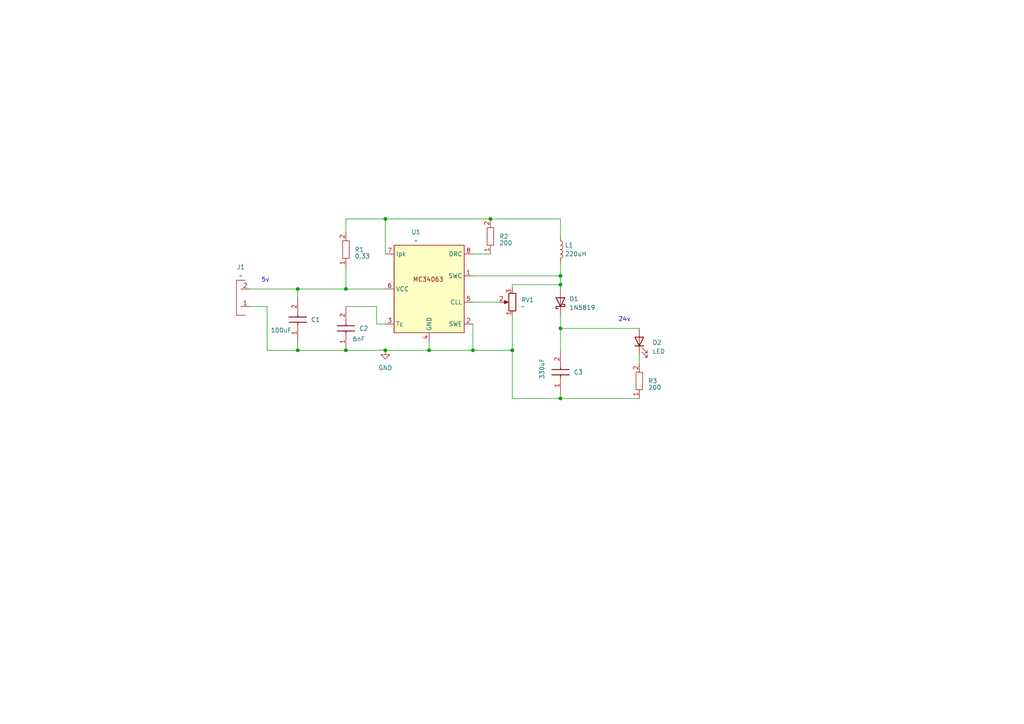
<source format=kicad_sch>
(kicad_sch (version 20250114) (generator "eeschema") (generator_version "9.0")
  (paper "A4")
  (lib_symbols
    (symbol "Device:L" (pin_numbers (hide yes)) (pin_names (offset 1.016) (hide yes))
      (property "Reference" "L" (at -1.27 0 90))
      (property "Value" "L" (at 1.905 0 90))
      (symbol "L_0_1"
        (arc (start 0 2.54) (mid 0.6323 1.905) (end 0 1.27))
        (arc (start 0 1.27) (mid 0.6323 0.635) (end 0 0))
        (arc (start 0 0) (mid 0.6323 -0.635) (end 0 -1.27))
        (arc (start 0 -1.27) (mid 0.6323 -1.905) (end 0 -2.54))
      )
      (symbol "L_1_1"
        (pin passive line (at 0 3.81 270) (length 1.27) (name "1") (number "1"))
        (pin passive line (at 0 -3.81 90) (length 1.27) (name "2") (number "2"))
      )
    )
    (symbol "My_Lib:1N5819" (pin_numbers (hide yes)) (pin_names (offset 1.016) (hide yes))
      (property "Reference" "D2" (at -0.3175 6.35 0))
      (property "Value" "1N5819" (at -0.3175 3.81 0))
      (symbol "1N5819_0_1"
        (polyline (pts (xy -1.905 0.635) (xy -1.905 1.27) (xy -1.27 1.27) (xy -1.27 -1.27) (xy -0.635 -1.27) (xy -0.635 -0.635)) (stroke (width 0.254)))
        (polyline (pts (xy 1.27 1.27) (xy 1.27 -1.27) (xy -1.27 0) (xy 1.27 1.27)) (stroke (width 0.254)))
        (polyline (pts (xy 1.27 0) (xy -1.27 0)))
      )
      (symbol "1N5819_1_1"
        (pin passive line (at -3.81 0 0) (length 2.54) (name "K") (number "1"))
        (pin passive line (at 3.81 0 180) (length 2.54) (name "A") (number "2"))
      )
    )
    (symbol "My_Lib:C - 564R60GAD10" (pin_names (hide yes))
      (property "Reference" "C" (at 5.334 6.858 0))
      (symbol "C - 564R60GAD10_1_1"
        (polyline (pts (xy 5.08 0) (xy 5.588 0)) (stroke (width 0.254)))
        (polyline (pts (xy 5.588 2.54) (xy 5.588 -2.54)) (stroke (width 0.254)))
        (polyline (pts (xy 7.112 2.54) (xy 7.112 -2.54)) (stroke (width 0.254)))
        (polyline (pts (xy 7.112 0) (xy 7.62 0)) (stroke (width 0.254)))
        (pin passive line (at 0 0 0) (length 5.08) (name "1") (number "1"))
        (pin passive line (at 12.7 0 180) (length 5.08) (name "2") (number "2"))
      )
    )
    (symbol "My_Lib:DC-DC MC34063"
      (property "Reference" "U" (at 13.97 1.524 0))
      (symbol "DC-DC MC34063_0_1"
        (rectangle (start 0 0) (end 20.32 -25.4))
      )
      (symbol "DC-DC MC34063_1_1"
        (text "MC34063" (at 9.906 -9.906 0) (effects (font (size 1.27 1.27))))
        (text_box "" (at 0 0 0) (size 20.32 -25.4) (margins 1.016 1.016 1.016 1.016) (fill (type color) (color 255 255 194 1)) (effects (font (size 1.27 1.27)) (justify left top)))
        (pin output line (at -2.54 -2.54 0) (length 2.54) (name "Ipk") (number "7"))
        (pin input line (at -2.54 -12.7 0) (length 2.54) (name "VCC") (number "6"))
        (pin passive line (at -2.54 -22.86 0) (length 2.54) (name "Tc") (number "3"))
        (pin passive line (at 10.16 -27.94 90) (length 2.54) (name "GND") (number "4"))
        (pin output line (at 22.86 -2.54 180) (length 2.54) (name "DRC") (number "8"))
        (pin output line (at 22.86 -8.89 180) (length 2.54) (name "SWC") (number "1"))
        (pin input line (at 22.86 -16.51 180) (length 2.54) (name "CLL") (number "5"))
        (pin output line (at 22.86 -22.86 180) (length 2.54) (name "SWE") (number "2"))
      )
    )
    (symbol "My_Lib:LED" (pin_numbers (hide yes)) (pin_names (offset 1.016) (hide yes))
      (property "Reference" "D3" (at -1.5875 -7.62 0))
      (property "Value" "LED" (at -1.5875 -5.08 0))
      (symbol "LED_0_1"
        (polyline (pts (xy -3.048 -0.762) (xy -4.572 -2.286) (xy -3.81 -2.286) (xy -4.572 -2.286) (xy -4.572 -1.524)))
        (polyline (pts (xy -1.778 -0.762) (xy -3.302 -2.286) (xy -2.54 -2.286) (xy -3.302 -2.286) (xy -3.302 -1.524)))
        (polyline (pts (xy -1.27 0) (xy 1.27 0)))
        (polyline (pts (xy -1.27 -1.27) (xy -1.27 1.27)) (stroke (width 0.254)))
        (polyline (pts (xy 1.27 -1.27) (xy 1.27 1.27) (xy -1.27 0) (xy 1.27 -1.27)) (stroke (width 0.254)))
      )
      (symbol "LED_1_1"
        (pin passive line (at -3.81 0 0) (length 2.54) (name "K") (number "1"))
        (pin passive line (at 3.81 0 180) (length 2.54) (name "A") (number "2"))
      )
    )
    (symbol "My_Lib:R - CF100-3K3-J-TB-070-62" (pin_names (offset 0.762))
      (property "Reference" "R" (at 6.604 3.048 0))
      (symbol "R - CF100-3K3-J-TB-070-62_0_1"
        (rectangle (start 5.08 0.9525) (end 10.16 -0.9525))
      )
      (symbol "R - CF100-3K3-J-TB-070-62_1_0"
        (pin passive line (at 2.54 0 0) (length 2.54) (name "~") (number "1"))
        (pin passive line (at 12.7 0 180) (length 2.54) (name "~") (number "2"))
      )
    )
    (symbol "My_Lib:R_Potentiometer" (pin_names (offset 1.016) (hide yes))
      (property "Reference" "RV1" (at -2.54 1.2701 0))
      (symbol "R_Potentiometer_0_1"
        (rectangle (start 1.016 2.54) (end -1.016 -2.54) (stroke (width 0.254)))
        (polyline (pts (xy 1.143 0) (xy 2.286 0.508) (xy 2.286 -0.508) (xy 1.143 0)) (fill (type outline)))
        (polyline (pts (xy 2.54 0) (xy 1.524 0)))
      )
      (symbol "R_Potentiometer_1_1"
        (pin passive line (at 0 3.81 270) (length 1.27) (name "1") (number "1"))
        (pin passive line (at 0 -3.81 90) (length 1.27) (name "3") (number "3"))
        (pin passive line (at 3.81 0 180) (length 1.27) (name "2") (number "2"))
      )
    )
    (symbol "My_Lib:TB-09A"
      (property "Reference" "J1" (at 8.89 -1.27 90))
      (property "Value" "~" (at 6.35 -1.27 90))
      (symbol "TB-09A_0_1"
        (polyline (pts (xy 5.08 -2.54) (xy 5.08 0) (xy -5.08 0) (xy -5.08 -2.54)))
      )
      (symbol "TB-09A_1_1"
        (pin power_in line (at -2.54 -3.81 90) (length 2.54) (name "") (number "1"))
        (pin power_in line (at 2.54 -3.81 90) (length 2.54) (name "") (number "2"))
      )
    )
    (symbol "power:GND" (power) (pin_numbers (hide yes)) (pin_names (offset 0) (hide yes))
      (property "Value" "GND" (at 0 -3.81 0))
      (symbol "GND_0_1"
        (polyline (pts (xy 0 0) (xy 0 -1.27) (xy 1.27 -1.27) (xy 0 -2.54) (xy -1.27 -1.27) (xy 0 -1.27)))
      )
      (symbol "GND_1_1"
        (pin power_in line (at 0 0 270) (length 0) (name "~") (number "1"))
      )
    )
  )
  (text "24v" (at 181.102 92.71 0) (effects (font (size 1.27 1.27))))
  (text "5v" (at 76.962 81.28 0) (effects (font (size 1.27 1.27))))
  (junction (at 100.33 83.82))
  (junction (at 124.46 101.6))
  (junction (at 162.56 95.25))
  (junction (at 162.56 82.55))
  (junction (at 111.76 63.5))
  (junction (at 162.56 115.57))
  (junction (at 111.76 101.6))
  (junction (at 137.16 101.6))
  (junction (at 148.59 101.6))
  (junction (at 86.36 83.82))
  (junction (at 162.56 80.01))
  (junction (at 142.24 63.5))
  (junction (at 86.36 101.6))
  (junction (at 100.33 101.6))
  (wire (pts (xy 137.16 73.66) (xy 142.24 73.66)))
  (wire (pts (xy 137.16 93.98) (xy 137.16 101.6)))
  (wire (pts (xy 148.59 115.57) (xy 148.59 101.6)))
  (wire (pts (xy 162.56 82.55) (xy 162.56 83.82)))
  (wire (pts (xy 148.59 91.44) (xy 148.59 101.6)))
  (wire (pts (xy 86.36 99.06) (xy 86.36 101.6)))
  (wire (pts (xy 148.59 101.6) (xy 137.16 101.6)))
  (wire (pts (xy 124.46 101.6) (xy 111.76 101.6)))
  (wire (pts (xy 185.42 102.87) (xy 185.42 105.41)))
  (wire (pts (xy 111.76 63.5) (xy 142.24 63.5)))
  (wire (pts (xy 137.16 87.63) (xy 144.78 87.63)))
  (wire (pts (xy 100.33 63.5) (xy 100.33 67.31)))
  (wire (pts (xy 162.56 91.44) (xy 162.56 95.25)))
  (wire (pts (xy 111.76 63.5) (xy 111.76 73.66)))
  (wire (pts (xy 162.56 95.25) (xy 185.42 95.25)))
  (wire (pts (xy 162.56 95.25) (xy 162.56 101.6)))
  (wire (pts (xy 137.16 80.01) (xy 162.56 80.01)))
  (wire (pts (xy 109.22 93.98) (xy 111.76 93.98)))
  (wire (pts (xy 142.24 63.5) (xy 162.56 63.5)))
  (wire (pts (xy 72.39 83.82) (xy 86.36 83.82)))
  (wire (pts (xy 100.33 63.5) (xy 111.76 63.5)))
  (wire (pts (xy 185.42 115.57) (xy 162.56 115.57)))
  (wire (pts (xy 148.59 82.55) (xy 162.56 82.55)))
  (wire (pts (xy 109.22 88.9) (xy 109.22 93.98)))
  (wire (pts (xy 162.56 76.2) (xy 162.56 80.01)))
  (wire (pts (xy 86.36 101.6) (xy 100.33 101.6)))
  (wire (pts (xy 100.33 77.47) (xy 100.33 83.82)))
  (wire (pts (xy 124.46 99.06) (xy 124.46 101.6)))
  (wire (pts (xy 162.56 115.57) (xy 148.59 115.57)))
  (wire (pts (xy 162.56 80.01) (xy 162.56 82.55)))
  (wire (pts (xy 77.47 101.6) (xy 77.47 88.9)))
  (wire (pts (xy 86.36 83.82) (xy 86.36 86.36)))
  (wire (pts (xy 137.16 101.6) (xy 124.46 101.6)))
  (wire (pts (xy 100.33 83.82) (xy 86.36 83.82)))
  (wire (pts (xy 111.76 101.6) (xy 100.33 101.6)))
  (wire (pts (xy 109.22 88.9) (xy 100.33 88.9)))
  (wire (pts (xy 77.47 101.6) (xy 86.36 101.6)))
  (wire (pts (xy 162.56 63.5) (xy 162.56 68.58)))
  (wire (pts (xy 148.59 82.55) (xy 148.59 83.82)))
  (wire (pts (xy 77.47 88.9) (xy 72.39 88.9)))
  (wire (pts (xy 111.76 83.82) (xy 100.33 83.82)))
  (wire (pts (xy 162.56 115.57) (xy 162.56 114.3)))
  (symbol (lib_id "My_Lib:C - 564R60GAD10") (at 100.33 101.6 90) (unit 1)
    (property "Reference" "C2" (at 104.14 95.2499 90) (effects (justify right)))
    (property "Value" "6nF" (at 105.918 99.06 90) (effects (justify left top)))
    (property "Footprint" "My_lib2:564R60GAD10" (effects (hide yes)))
    (property "Datasheet" "https://componentsearchengine.com/Datasheets/1/564R60GAD10.pdf" (effects (hide yes)))
    (property "Description" "Cap Ceramic Single 0.001uF 6000V Z5U 20% (10.2 X 6.9mm) Radial 9.5mm 105C Bulk" (effects (hide yes)))
    (property "Height" "10.2" (effects (hide yes)))
    (property "Manufacturer_Name" "Vishay" (effects (hide yes)))
    (property "Manufacturer_Part_Number" "564R60GAD10" (effects (hide yes)))
    (property "Mouser Part Number" "75-564R60GAD10" (effects (hide yes)))
    (property "Mouser Price/Stock" "https://www.mouser.co.uk/ProductDetail/Vishay/564R60GAD10?qs=xrnNvQC1SKQV3fR046g7Jg%3D%3D" (effects (hide yes)))
    (property "Arrow Part Number" "564R60GAD10" (effects (hide yes)))
    (property "Arrow Price/Stock" "https://www.arrow.com/en/products/564r60gad10/vishay?region=nac" (effects (hide yes)))
  )
  (symbol (lib_id "My_Lib:C - 564R60GAD10") (at 162.56 114.3 90) (unit 1)
    (property "Reference" "C3" (at 166.37 107.9499 90) (effects (justify right)))
    (property "Value" "330uF" (at 156.464 109.982 0) (effects (justify left top)))
    (property "Footprint" "My_lib2:564R60GAD10" (effects (hide yes)))
    (property "Datasheet" "https://componentsearchengine.com/Datasheets/1/564R60GAD10.pdf" (effects (hide yes)))
    (property "Description" "Cap Ceramic Single 0.001uF 6000V Z5U 20% (10.2 X 6.9mm) Radial 9.5mm 105C Bulk" (effects (hide yes)))
    (property "Height" "10.2" (effects (hide yes)))
    (property "Manufacturer_Name" "Vishay" (effects (hide yes)))
    (property "Manufacturer_Part_Number" "564R60GAD10" (effects (hide yes)))
    (property "Mouser Part Number" "75-564R60GAD10" (effects (hide yes)))
    (property "Mouser Price/Stock" "https://www.mouser.co.uk/ProductDetail/Vishay/564R60GAD10?qs=xrnNvQC1SKQV3fR046g7Jg%3D%3D" (effects (hide yes)))
    (property "Arrow Part Number" "564R60GAD10" (effects (hide yes)))
    (property "Arrow Price/Stock" "https://www.arrow.com/en/products/564r60gad10/vishay?region=nac" (effects (hide yes)))
  )
  (symbol (lib_id "My_Lib:TB-09A") (at 68.58 86.36 90) (unit 1)
    (property "Reference" "J1" (at 69.85 77.47 90))
    (property "Value" "~" (at 69.85 80.01 90))
    (property "Footprint" "My_lib2:TB-09A" (effects (hide yes)))
    (property "Description" "Винтовой разъем на плату" (effects (hide yes)))
  )
  (symbol (lib_id "Device:L") (at 162.56 72.39 0) (unit 1)
    (property "Reference" "L1" (at 163.83 71.1199 0) (effects (justify left)))
    (property "Value" "220uH" (at 163.83 73.6599 0) (effects (justify left)))
    (property "Description" "Inductor" (effects (hide yes)))
  )
  (symbol (lib_id "power:GND") (at 111.76 101.6 0) (unit 1)
    (property "Reference" "#PWR02" (effects (hide yes)))
    (property "Value" "GND" (at 111.76 106.68 0))
    (property "Description" "Power symbol creates a global label with name \"GND\" , ground" (effects (hide yes)))
  )
  (symbol (lib_id "My_Lib:R - CF100-3K3-J-TB-070-62") (at 100.33 80.01 90) (unit 1)
    (property "Reference" "R1" (at 102.87 72.3899 90) (effects (justify right)))
    (property "Value" "0.33" (at 102.87 74.295 90) (effects (justify right)))
    (property "Footprint" "RESAD2700W60L1100D400" (effects (hide yes)))
    (property "Description" "CF100-3K3-J-TB-070-62 CARBON FILM FIXED RESISTOR, 1.0(1W)" (effects (hide yes)))
    (property "Description_1" "CARBON FILM FIXED RESISTOR, 1.0(1W)" (effects (hide yes)))
    (property "Manufacturer_Name" "HKR" (effects (hide yes)))
    (property "Manufacturer_Part_Number" "CF100-3K3-J-TB-070-62" (effects (hide yes)))
  )
  (symbol (lib_id "My_Lib:R_Potentiometer") (at 148.59 87.63 180) (unit 1)
    (property "Reference" "RV1" (at 151.13 86.9949 0) (effects (justify right)))
    (property "Value" "~" (at 151.13 88.9 0) (effects (justify right)))
    (property "Description" "Potentiometer" (effects (hide yes)))
  )
  (symbol (lib_id "My_Lib:DC-DC MC34063") (at 114.3 71.12 0) (unit 1)
    (property "Reference" "U1" (at 120.65 67.31 0))
    (property "Value" "~" (at 120.65 69.85 0))
    (property "Footprint" "My_lib2:8-DIP" (effects (hide yes)))
    (property "Datasheet" "https://cdn.promelec.ru/upload/datasheet/4/5/20141028023102991.pdf" (effects (hide yes)))
  )
  (symbol (lib_id "My_Lib:1N5819") (at 162.56 87.63 90) (unit 1)
    (property "Reference" "D1" (at 165.1 86.6774 90) (effects (justify right)))
    (property "Value" "1N5819" (at 165.1 89.2174 90) (effects (justify right)))
    (property "Footprint" "Diode_THT:D_DO-35_SOD27_P7.62mm_Horizontal" (effects (hide yes)))
    (property "Datasheet" "https://www.microsemi.com/document-portal/doc_download/8865-lds-0040-datasheet" (effects (hide yes)))
    (property "Description" "70V 33mA Schottky diode, DO-35" (effects (hide yes)))
  )
  (symbol (lib_id "My_Lib:LED") (at 185.42 99.06 90) (unit 1)
    (property "Reference" "D2" (at 189.23 99.3774 90) (effects (justify right)))
    (property "Value" "LED" (at 189.23 101.9174 90) (effects (justify right)))
    (property "Description" "Light emitting diode" (effects (hide yes)))
    (property "Sim.Pins" "1=K 2=A" (effects (hide yes)))
  )
  (symbol (lib_id "My_Lib:C - 564R60GAD10") (at 86.36 99.06 90) (unit 1)
    (property "Reference" "C1" (at 90.17 92.7099 90) (effects (justify right)))
    (property "Value" "100uF" (at 84.582 96.52 90) (effects (justify left top)))
    (property "Footprint" "My_lib2:564R60GAD10" (effects (hide yes)))
    (property "Datasheet" "https://componentsearchengine.com/Datasheets/1/564R60GAD10.pdf" (effects (hide yes)))
    (property "Description" "Cap Ceramic Single 0.001uF 6000V Z5U 20% (10.2 X 6.9mm) Radial 9.5mm 105C Bulk" (effects (hide yes)))
    (property "Height" "10.2" (effects (hide yes)))
    (property "Manufacturer_Name" "Vishay" (effects (hide yes)))
    (property "Manufacturer_Part_Number" "564R60GAD10" (effects (hide yes)))
    (property "Mouser Part Number" "75-564R60GAD10" (effects (hide yes)))
    (property "Mouser Price/Stock" "https://www.mouser.co.uk/ProductDetail/Vishay/564R60GAD10?qs=xrnNvQC1SKQV3fR046g7Jg%3D%3D" (effects (hide yes)))
    (property "Arrow Part Number" "564R60GAD10" (effects (hide yes)))
    (property "Arrow Price/Stock" "https://www.arrow.com/en/products/564r60gad10/vishay?region=nac" (effects (hide yes)))
  )
  (symbol (lib_id "My_Lib:R - CF100-3K3-J-TB-070-62") (at 142.24 76.2 90) (unit 1)
    (property "Reference" "R2" (at 144.78 68.5799 90) (effects (justify right)))
    (property "Value" "200" (at 144.78 70.485 90) (effects (justify right)))
    (property "Footprint" "RESAD2700W60L1100D400" (effects (hide yes)))
    (property "Description" "CF100-3K3-J-TB-070-62 CARBON FILM FIXED RESISTOR, 1.0(1W)" (effects (hide yes)))
    (property "Description_1" "CARBON FILM FIXED RESISTOR, 1.0(1W)" (effects (hide yes)))
    (property "Manufacturer_Name" "HKR" (effects (hide yes)))
    (property "Manufacturer_Part_Number" "CF100-3K3-J-TB-070-62" (effects (hide yes)))
  )
  (symbol (lib_id "My_Lib:R - CF100-3K3-J-TB-070-62") (at 185.42 118.11 90) (unit 1)
    (property "Reference" "R3" (at 187.96 110.4899 90) (effects (justify right)))
    (property "Value" "200" (at 187.96 112.395 90) (effects (justify right)))
    (property "Footprint" "RESAD2700W60L1100D400" (effects (hide yes)))
    (property "Description" "CF100-3K3-J-TB-070-62 CARBON FILM FIXED RESISTOR, 1.0(1W)" (effects (hide yes)))
    (property "Description_1" "CARBON FILM FIXED RESISTOR, 1.0(1W)" (effects (hide yes)))
    (property "Manufacturer_Name" "HKR" (effects (hide yes)))
    (property "Manufacturer_Part_Number" "CF100-3K3-J-TB-070-62" (effects (hide yes)))
  )
)
</source>
